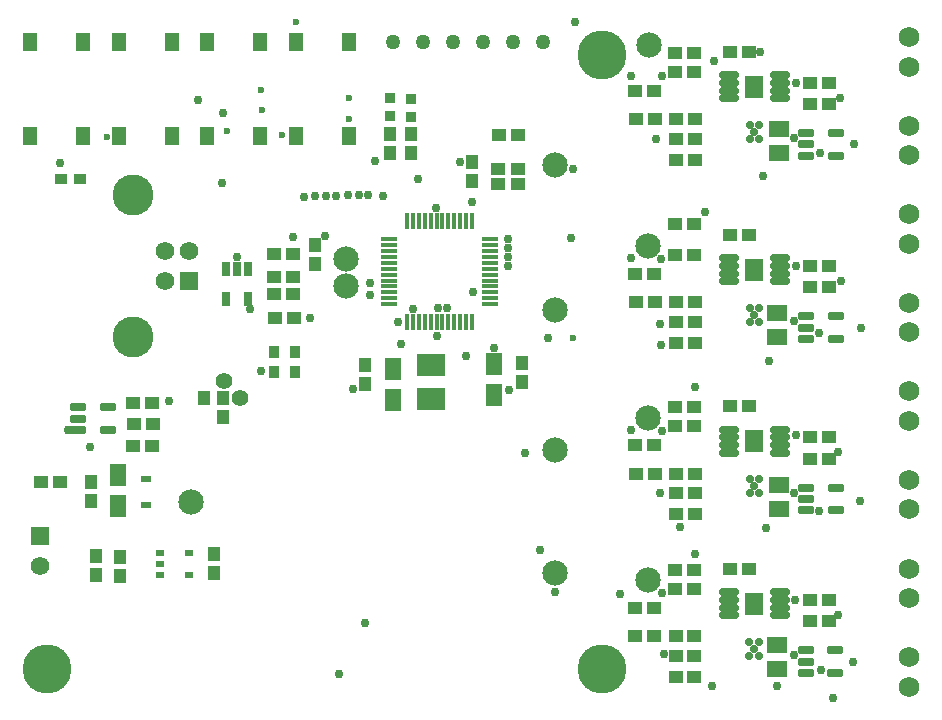
<source format=gts>
G04*
G04 #@! TF.GenerationSoftware,Altium Limited,Altium Designer,24.8.2 (39)*
G04*
G04 Layer_Color=8388736*
%FSLAX44Y44*%
%MOMM*%
G71*
G04*
G04 #@! TF.SameCoordinates,DE467F84-66AF-4C6A-BC95-973404F0CDF1*
G04*
G04*
G04 #@! TF.FilePolarity,Negative*
G04*
G01*
G75*
%ADD23R,1.2954X1.5494*%
%ADD36R,0.8000X0.5500*%
%ADD39R,1.3061X1.0582*%
%ADD40R,0.8300X0.6300*%
%ADD41R,1.1938X0.9906*%
%ADD42C,2.1500*%
%ADD43R,0.8500X1.1000*%
%ADD44R,0.4500X1.3500*%
%ADD45R,1.3500X0.4500*%
%ADD46R,1.1500X1.1000*%
%ADD47R,1.5800X1.9100*%
G04:AMPARAMS|DCode=48|XSize=1.62mm|YSize=0.63mm|CornerRadius=0.135mm|HoleSize=0mm|Usage=FLASHONLY|Rotation=0.000|XOffset=0mm|YOffset=0mm|HoleType=Round|Shape=RoundedRectangle|*
%AMROUNDEDRECTD48*
21,1,1.6200,0.3600,0,0,0.0*
21,1,1.3500,0.6300,0,0,0.0*
1,1,0.2700,0.6750,-0.1800*
1,1,0.2700,-0.6750,-0.1800*
1,1,0.2700,-0.6750,0.1800*
1,1,0.2700,0.6750,0.1800*
%
%ADD48ROUNDEDRECTD48*%
G04:AMPARAMS|DCode=49|XSize=1.31mm|YSize=0.69mm|CornerRadius=0.1238mm|HoleSize=0mm|Usage=FLASHONLY|Rotation=0.000|XOffset=0mm|YOffset=0mm|HoleType=Round|Shape=RoundedRectangle|*
%AMROUNDEDRECTD49*
21,1,1.3100,0.4425,0,0,0.0*
21,1,1.0625,0.6900,0,0,0.0*
1,1,0.2475,0.5313,-0.2213*
1,1,0.2475,-0.5313,-0.2213*
1,1,0.2475,-0.5313,0.2213*
1,1,0.2475,0.5313,0.2213*
%
%ADD49ROUNDEDRECTD49*%
%ADD50R,1.1000X1.1500*%
%ADD51R,2.3800X1.9500*%
%ADD52R,0.7500X1.2500*%
%ADD53R,1.7502X1.4200*%
%ADD54R,1.3800X1.9500*%
%ADD55R,0.9500X0.9500*%
%ADD56R,1.1000X0.8500*%
%ADD57C,4.1500*%
%ADD58C,1.2700*%
%ADD59C,1.7500*%
%ADD60C,1.5780*%
%ADD61R,1.5780X1.5780*%
%ADD62C,3.4660*%
%ADD63R,1.5700X1.5700*%
%ADD64C,1.5700*%
%ADD65C,0.6000*%
%ADD66C,0.7500*%
%ADD67C,1.4200*%
%ADD68C,0.7000*%
D23*
X60613Y570775D02*
D03*
X15613D02*
D03*
Y491275D02*
D03*
X60613D02*
D03*
X135613D02*
D03*
X90613D02*
D03*
Y570775D02*
D03*
X135613D02*
D03*
X210613Y491275D02*
D03*
X165613D02*
D03*
Y570775D02*
D03*
X210613D02*
D03*
X285613Y491275D02*
D03*
X240613D02*
D03*
Y570775D02*
D03*
X285613D02*
D03*
D36*
X150000Y138500D02*
D03*
Y119500D02*
D03*
X126000D02*
D03*
Y129000D02*
D03*
Y138500D02*
D03*
D39*
X25239Y198000D02*
D03*
X40761D02*
D03*
D40*
X114000Y178850D02*
D03*
Y201150D02*
D03*
D41*
X428500Y450500D02*
D03*
X411500D02*
D03*
Y463500D02*
D03*
X428500D02*
D03*
D42*
X283439Y363800D02*
D03*
X283000Y387000D02*
D03*
X460000Y466906D02*
D03*
Y344000D02*
D03*
Y225000D02*
D03*
Y121000D02*
D03*
X540000Y568000D02*
D03*
X538849Y397670D02*
D03*
Y252670D02*
D03*
X538628Y114926D02*
D03*
X152000Y181000D02*
D03*
D43*
X240000Y291750D02*
D03*
Y308250D02*
D03*
X222000Y291750D02*
D03*
Y308250D02*
D03*
D44*
X389730Y418800D02*
D03*
X384730D02*
D03*
X379730D02*
D03*
X374730D02*
D03*
X369730D02*
D03*
X364730D02*
D03*
X359730D02*
D03*
X354730D02*
D03*
X349730D02*
D03*
X344730D02*
D03*
X339730D02*
D03*
X334730D02*
D03*
Y333800D02*
D03*
X339730D02*
D03*
X344730D02*
D03*
X349730D02*
D03*
X354730D02*
D03*
X359730D02*
D03*
X364730D02*
D03*
X369730D02*
D03*
X374730D02*
D03*
X379730D02*
D03*
X384730D02*
D03*
X389730D02*
D03*
D45*
X319730Y403800D02*
D03*
Y398800D02*
D03*
Y393800D02*
D03*
Y388800D02*
D03*
Y383800D02*
D03*
Y378800D02*
D03*
Y373800D02*
D03*
Y368800D02*
D03*
Y363800D02*
D03*
Y358800D02*
D03*
Y353800D02*
D03*
Y348800D02*
D03*
X404730D02*
D03*
Y353800D02*
D03*
Y358800D02*
D03*
Y363800D02*
D03*
Y368800D02*
D03*
Y373800D02*
D03*
Y378800D02*
D03*
Y383800D02*
D03*
Y388800D02*
D03*
Y393800D02*
D03*
Y398800D02*
D03*
Y403800D02*
D03*
D46*
X429000Y492000D02*
D03*
X413000D02*
D03*
X691849Y535943D02*
D03*
X675849D02*
D03*
X691628Y98198D02*
D03*
X675628D02*
D03*
X528068Y67562D02*
D03*
X544067D02*
D03*
X675628Y80255D02*
D03*
X691628D02*
D03*
X527704Y91562D02*
D03*
X543704D02*
D03*
X561628Y108000D02*
D03*
X577628D02*
D03*
X578068Y33138D02*
D03*
X562068D02*
D03*
X608068Y124562D02*
D03*
X624067D02*
D03*
X562068Y67562D02*
D03*
X578068D02*
D03*
X562068Y51138D02*
D03*
X578068D02*
D03*
X577628Y124000D02*
D03*
X561628D02*
D03*
X577849Y416745D02*
D03*
X561849D02*
D03*
X675849Y518000D02*
D03*
X691849D02*
D03*
X528289Y350307D02*
D03*
X544289D02*
D03*
X578289Y315882D02*
D03*
X562289D02*
D03*
X561849Y390745D02*
D03*
X577849D02*
D03*
X675849Y363000D02*
D03*
X691849D02*
D03*
Y380943D02*
D03*
X675849D02*
D03*
X527925Y374307D02*
D03*
X543925D02*
D03*
X527925Y529306D02*
D03*
X543925D02*
D03*
X561849Y545745D02*
D03*
X577849D02*
D03*
X528289Y505307D02*
D03*
X544289D02*
D03*
X691849Y218000D02*
D03*
X675849D02*
D03*
Y235943D02*
D03*
X691849D02*
D03*
X577849Y245745D02*
D03*
X561849D02*
D03*
X578289Y470882D02*
D03*
X562289D02*
D03*
Y170882D02*
D03*
X578289D02*
D03*
X543925Y229307D02*
D03*
X527925D02*
D03*
X544289Y205307D02*
D03*
X528289D02*
D03*
X608289Y407307D02*
D03*
X624289D02*
D03*
X577849Y561745D02*
D03*
X561849D02*
D03*
X608289Y562307D02*
D03*
X624289D02*
D03*
X562289Y350307D02*
D03*
X578289D02*
D03*
X562289Y333882D02*
D03*
X578289D02*
D03*
Y205307D02*
D03*
X562289D02*
D03*
Y505307D02*
D03*
X578289D02*
D03*
X562289Y488882D02*
D03*
X578289D02*
D03*
Y188882D02*
D03*
X562289D02*
D03*
X561849Y261745D02*
D03*
X577849D02*
D03*
X624289Y262307D02*
D03*
X608289D02*
D03*
X104000Y247000D02*
D03*
X120000D02*
D03*
X103000Y265000D02*
D03*
X119000D02*
D03*
X119000Y229000D02*
D03*
X103000D02*
D03*
X238000Y357000D02*
D03*
Y372158D02*
D03*
X222000Y357000D02*
D03*
Y372158D02*
D03*
X238000Y391000D02*
D03*
X222000D02*
D03*
X223000Y337000D02*
D03*
X239000D02*
D03*
D47*
X628628Y95000D02*
D03*
X628849Y232745D02*
D03*
Y377745D02*
D03*
Y532744D02*
D03*
D48*
X650128Y104750D02*
D03*
Y98250D02*
D03*
Y91750D02*
D03*
Y85250D02*
D03*
X607128D02*
D03*
Y91750D02*
D03*
Y98250D02*
D03*
Y104750D02*
D03*
X650349Y242495D02*
D03*
Y235995D02*
D03*
Y229495D02*
D03*
Y222995D02*
D03*
X607349D02*
D03*
Y229495D02*
D03*
Y235995D02*
D03*
Y242495D02*
D03*
X650349Y387495D02*
D03*
Y380995D02*
D03*
Y374495D02*
D03*
Y367995D02*
D03*
X607349D02*
D03*
Y374495D02*
D03*
Y380995D02*
D03*
Y387495D02*
D03*
X650349Y542495D02*
D03*
Y535994D02*
D03*
Y529495D02*
D03*
Y522994D02*
D03*
X607349D02*
D03*
Y529495D02*
D03*
Y535994D02*
D03*
Y542495D02*
D03*
D49*
X672450Y493500D02*
D03*
Y484000D02*
D03*
Y474500D02*
D03*
X697550D02*
D03*
Y493500D02*
D03*
X697329Y55756D02*
D03*
Y36755D02*
D03*
X672229D02*
D03*
Y46255D02*
D03*
Y55756D02*
D03*
X697550Y338500D02*
D03*
Y319500D02*
D03*
X672450D02*
D03*
Y329000D02*
D03*
Y338500D02*
D03*
X697550Y193500D02*
D03*
Y174500D02*
D03*
X672450D02*
D03*
Y184000D02*
D03*
Y193500D02*
D03*
X81550Y261500D02*
D03*
Y242500D02*
D03*
X56450D02*
D03*
Y252000D02*
D03*
Y261500D02*
D03*
D50*
X432000Y283000D02*
D03*
Y299000D02*
D03*
X299000Y297000D02*
D03*
Y281000D02*
D03*
X67000Y198000D02*
D03*
Y182000D02*
D03*
X179000Y269000D02*
D03*
Y253000D02*
D03*
X163000Y269000D02*
D03*
X171000Y121000D02*
D03*
Y137000D02*
D03*
X92000Y119000D02*
D03*
Y135000D02*
D03*
X257000Y383000D02*
D03*
Y399000D02*
D03*
X390000Y453000D02*
D03*
Y469000D02*
D03*
X320000Y477000D02*
D03*
Y493000D02*
D03*
X338000Y477000D02*
D03*
Y493000D02*
D03*
X71000Y119300D02*
D03*
Y135300D02*
D03*
D51*
X354730Y297600D02*
D03*
Y268400D02*
D03*
D52*
X200500Y353500D02*
D03*
X181500D02*
D03*
Y378500D02*
D03*
X191000D02*
D03*
X200500D02*
D03*
D53*
X647779Y60368D02*
D03*
Y40048D02*
D03*
X648000Y341717D02*
D03*
Y321397D02*
D03*
X649306Y175390D02*
D03*
Y195710D02*
D03*
Y476397D02*
D03*
Y496717D02*
D03*
D54*
X323000Y267800D02*
D03*
Y294000D02*
D03*
X90000Y177900D02*
D03*
Y204100D02*
D03*
X408000Y298100D02*
D03*
Y271900D02*
D03*
D55*
X320000Y508500D02*
D03*
Y523500D02*
D03*
X338000Y522500D02*
D03*
Y507500D02*
D03*
D56*
X58250Y455000D02*
D03*
X41750D02*
D03*
D57*
X30000Y40000D02*
D03*
X500000D02*
D03*
Y560000D02*
D03*
D58*
X449600Y571000D02*
D03*
X424200D02*
D03*
X398800D02*
D03*
X373400D02*
D03*
X348000D02*
D03*
X322600D02*
D03*
D59*
X760000Y25000D02*
D03*
Y50000D02*
D03*
Y175000D02*
D03*
Y200000D02*
D03*
Y325000D02*
D03*
Y350000D02*
D03*
Y475000D02*
D03*
Y500000D02*
D03*
Y100000D02*
D03*
Y125000D02*
D03*
Y250000D02*
D03*
Y275000D02*
D03*
Y400000D02*
D03*
Y425000D02*
D03*
Y550000D02*
D03*
Y575000D02*
D03*
D60*
X150000Y393700D02*
D03*
X130000D02*
D03*
Y368700D02*
D03*
D61*
X150000D02*
D03*
D62*
X102900Y441400D02*
D03*
Y321000D02*
D03*
D63*
X24000Y152700D02*
D03*
D64*
Y127300D02*
D03*
D65*
X229000Y492000D02*
D03*
X81000Y490000D02*
D03*
X241000Y588000D02*
D03*
X286000Y506000D02*
D03*
X285613Y523500D02*
D03*
X212000Y513000D02*
D03*
X211000Y530000D02*
D03*
X475000Y320000D02*
D03*
X182000Y495820D02*
D03*
D66*
X361055Y345420D02*
D03*
X253000Y337000D02*
D03*
X211000Y292000D02*
D03*
X344444Y455000D02*
D03*
X447000Y141000D02*
D03*
X434857Y222441D02*
D03*
X552516Y52993D02*
D03*
X460000Y105000D02*
D03*
X566279Y160000D02*
D03*
X420000Y381000D02*
D03*
X473888Y405000D02*
D03*
X475000Y463000D02*
D03*
X477000Y588000D02*
D03*
X454000Y320000D02*
D03*
X550000Y314000D02*
D03*
X368629Y345682D02*
D03*
X265000Y406452D02*
D03*
X636000Y457000D02*
D03*
X330000Y315000D02*
D03*
X277000Y36000D02*
D03*
X238286Y406000D02*
D03*
X587000Y427000D02*
D03*
X684000Y476434D02*
D03*
X713000Y484000D02*
D03*
X662579Y489216D02*
D03*
X663865Y535994D02*
D03*
X662579Y334216D02*
D03*
X719000Y329000D02*
D03*
X718000Y182000D02*
D03*
X592779Y25286D02*
D03*
X647779D02*
D03*
X695000Y15000D02*
D03*
X685000Y38689D02*
D03*
X662357Y51471D02*
D03*
X663312Y98195D02*
D03*
X662579Y189216D02*
D03*
X257000Y440367D02*
D03*
X266000D02*
D03*
X274895Y440158D02*
D03*
X247680Y439720D02*
D03*
X359444Y430000D02*
D03*
X420000Y396000D02*
D03*
Y388730D02*
D03*
Y403800D02*
D03*
X385016Y305000D02*
D03*
X339730Y345000D02*
D03*
X47571Y242500D02*
D03*
X421000Y276000D02*
D03*
X289134Y277000D02*
D03*
X639000Y159266D02*
D03*
X408224Y311876D02*
D03*
X303352Y367066D02*
D03*
X191000Y389000D02*
D03*
X202000Y345000D02*
D03*
X391000Y359000D02*
D03*
X299000Y79000D02*
D03*
X712000Y46000D02*
D03*
X578295Y137000D02*
D03*
X683500Y174000D02*
D03*
X524000Y387750D02*
D03*
X549484Y386713D02*
D03*
X578516Y278638D02*
D03*
X641000Y301000D02*
D03*
X683864Y324018D02*
D03*
X360000Y322000D02*
D03*
X380000Y469000D02*
D03*
X701934Y368250D02*
D03*
X700000Y223250D02*
D03*
X699279Y85506D02*
D03*
X514779Y103256D02*
D03*
X550279Y103969D02*
D03*
X701273Y523250D02*
D03*
X664000Y237745D02*
D03*
X663842Y380943D02*
D03*
X545684Y488882D02*
D03*
X524000Y242000D02*
D03*
X550500Y541713D02*
D03*
X595000Y555000D02*
D03*
X524000Y541713D02*
D03*
X633849Y562307D02*
D03*
X549000Y188882D02*
D03*
X550500Y241713D02*
D03*
X549000Y332000D02*
D03*
X179000Y511000D02*
D03*
X66000Y228000D02*
D03*
X133000Y267000D02*
D03*
X41000Y468000D02*
D03*
X178000Y451000D02*
D03*
X303416Y356970D02*
D03*
X327000Y334000D02*
D03*
X308000Y470000D02*
D03*
X158000Y522000D02*
D03*
X314000Y440000D02*
D03*
X302000Y441000D02*
D03*
X294000D02*
D03*
X285000D02*
D03*
X390000Y435000D02*
D03*
D67*
X193000Y269000D02*
D03*
X180000Y284000D02*
D03*
D68*
X628628Y57088D02*
D03*
X624628Y51088D02*
D03*
X632628D02*
D03*
Y63088D02*
D03*
X624628D02*
D03*
X628849Y194833D02*
D03*
X624849Y188833D02*
D03*
X632849D02*
D03*
Y200833D02*
D03*
X624849D02*
D03*
X628849Y339833D02*
D03*
X624849Y333833D02*
D03*
X632849D02*
D03*
Y345833D02*
D03*
X624849D02*
D03*
X628849Y494833D02*
D03*
X624849Y488833D02*
D03*
X632849D02*
D03*
Y500833D02*
D03*
X624849D02*
D03*
X628628Y95000D02*
D03*
X624628Y101000D02*
D03*
X632628D02*
D03*
Y89000D02*
D03*
X624628D02*
D03*
X628849Y232745D02*
D03*
X624849Y238745D02*
D03*
X632849D02*
D03*
Y226745D02*
D03*
X624849D02*
D03*
X628849Y377745D02*
D03*
X624849Y383745D02*
D03*
X632849D02*
D03*
Y371745D02*
D03*
X624849D02*
D03*
X628849Y532744D02*
D03*
X624849Y538745D02*
D03*
X632849D02*
D03*
Y526744D02*
D03*
X624849D02*
D03*
M02*

</source>
